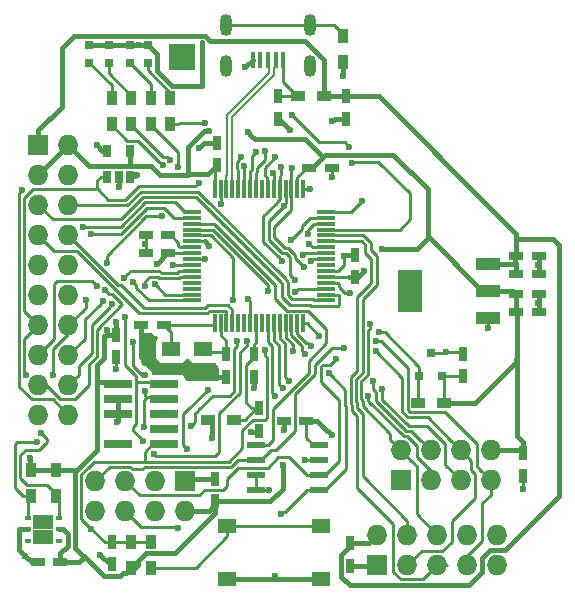
<source format=gbr>
G04 #@! TF.FileFunction,Copper,L1,Top,Signal*
%FSLAX46Y46*%
G04 Gerber Fmt 4.6, Leading zero omitted, Abs format (unit mm)*
G04 Created by KiCad (PCBNEW (2015-05-09 BZR 5648)-product) date søn 26 jul 2015 01:13:53 CEST*
%MOMM*%
G01*
G04 APERTURE LIST*
%ADD10C,0.100000*%
%ADD11R,0.750000X1.200000*%
%ADD12R,1.550000X0.600000*%
%ADD13R,0.797560X0.797560*%
%ADD14R,1.727200X1.727200*%
%ADD15O,1.727200X1.727200*%
%ADD16R,1.200000X0.750000*%
%ADD17R,1.200000X0.900000*%
%ADD18R,0.900000X1.200000*%
%ADD19R,0.800100X0.800100*%
%ADD20R,2.032000X3.657600*%
%ADD21R,2.032000X1.016000*%
%ADD22R,0.400000X1.400000*%
%ADD23O,1.050000X1.850000*%
%ADD24R,1.500000X1.300000*%
%ADD25R,0.300000X1.500000*%
%ADD26R,1.500000X0.300000*%
%ADD27R,1.550000X1.300000*%
%ADD28R,0.630000X0.450000*%
%ADD29R,0.850000X1.300000*%
%ADD30R,0.650000X1.060000*%
%ADD31R,2.235200X2.235200*%
%ADD32R,2.400000X0.740000*%
%ADD33C,0.600000*%
%ADD34C,0.381000*%
%ADD35C,0.254000*%
%ADD36C,0.203200*%
G04 APERTURE END LIST*
D10*
D11*
X128524000Y-92898000D03*
X128524000Y-90998000D03*
D12*
X140302000Y-100330000D03*
X140302000Y-101600000D03*
X140302000Y-102870000D03*
X140302000Y-104140000D03*
X145702000Y-104140000D03*
X145702000Y-102870000D03*
X145702000Y-101600000D03*
X145702000Y-100330000D03*
D13*
X126238000Y-67932300D03*
X126238000Y-66433700D03*
D14*
X150622000Y-110490000D03*
D15*
X150622000Y-107950000D03*
X153162000Y-110490000D03*
X153162000Y-107950000D03*
X155702000Y-110490000D03*
X155702000Y-107950000D03*
X158242000Y-110490000D03*
X158242000Y-107950000D03*
X160782000Y-110490000D03*
X160782000Y-107950000D03*
D14*
X152590500Y-103314500D03*
D15*
X152590500Y-100774500D03*
X155130500Y-103314500D03*
X155130500Y-100774500D03*
X157670500Y-103314500D03*
X157670500Y-100774500D03*
X160210500Y-103314500D03*
X160210500Y-100774500D03*
D11*
X157861000Y-94488000D03*
X157861000Y-92588000D03*
D16*
X132903000Y-84074000D03*
X131003000Y-84074000D03*
D11*
X137033000Y-76642000D03*
X137033000Y-74742000D03*
X148717000Y-86106000D03*
X148717000Y-84206000D03*
X140208000Y-92649000D03*
X140208000Y-94549000D03*
X148336000Y-108651000D03*
X148336000Y-110551000D03*
X136906000Y-105090000D03*
X136906000Y-103190000D03*
X162941000Y-102931000D03*
X162941000Y-101031000D03*
D16*
X142687000Y-98298000D03*
X144587000Y-98298000D03*
X162372000Y-85852000D03*
X164272000Y-85852000D03*
X162372000Y-84328000D03*
X164272000Y-84328000D03*
D11*
X142240000Y-72705000D03*
X142240000Y-70805000D03*
D16*
X162372000Y-87503000D03*
X164272000Y-87503000D03*
D13*
X127889000Y-67932300D03*
X127889000Y-66433700D03*
D17*
X146134000Y-70739000D03*
X143934000Y-70739000D03*
X156294000Y-96774000D03*
X154094000Y-96774000D03*
D18*
X128143000Y-70900000D03*
X128143000Y-73100000D03*
X129794000Y-70900000D03*
X129794000Y-73100000D03*
D19*
X154178000Y-94488000D03*
X156078000Y-94488000D03*
X155128000Y-92489020D03*
D20*
X153416000Y-87249000D03*
D21*
X160020000Y-87249000D03*
X160020000Y-84963000D03*
X160020000Y-89535000D03*
D22*
X141351000Y-67727000D03*
X140701000Y-67727000D03*
X142001000Y-67727000D03*
X142651000Y-67727000D03*
X140051000Y-67727000D03*
D23*
X144926000Y-64777000D03*
X137776000Y-64777000D03*
X144926000Y-68227000D03*
X137776000Y-68227000D03*
D24*
X135843000Y-92202000D03*
X133143000Y-92202000D03*
D16*
X131003000Y-82550000D03*
X132903000Y-82550000D03*
D17*
X138514000Y-98171000D03*
X136314000Y-98171000D03*
D16*
X162372000Y-89027000D03*
X164272000Y-89027000D03*
X130622000Y-90170000D03*
X132522000Y-90170000D03*
D11*
X137795000Y-94549000D03*
X137795000Y-92649000D03*
X140589000Y-97221000D03*
X140589000Y-99121000D03*
D25*
X136839000Y-90028000D03*
X137339000Y-90028000D03*
X137839000Y-90028000D03*
X138339000Y-90028000D03*
X138839000Y-90028000D03*
X139339000Y-90028000D03*
X139839000Y-90028000D03*
X140339000Y-90028000D03*
X140839000Y-90028000D03*
X141339000Y-90028000D03*
X141839000Y-90028000D03*
X142339000Y-90028000D03*
X142839000Y-90028000D03*
X143339000Y-90028000D03*
X143839000Y-90028000D03*
X144339000Y-90028000D03*
D26*
X146289000Y-88078000D03*
X146289000Y-87578000D03*
X146289000Y-87078000D03*
X146289000Y-86578000D03*
X146289000Y-86078000D03*
X146289000Y-85578000D03*
X146289000Y-85078000D03*
X146289000Y-84578000D03*
X146289000Y-84078000D03*
X146289000Y-83578000D03*
X146289000Y-83078000D03*
X146289000Y-82578000D03*
X146289000Y-82078000D03*
X146289000Y-81578000D03*
X146289000Y-81078000D03*
X146289000Y-80578000D03*
D25*
X144339000Y-78628000D03*
X143839000Y-78628000D03*
X143339000Y-78628000D03*
X142839000Y-78628000D03*
X142339000Y-78628000D03*
X141839000Y-78628000D03*
X141339000Y-78628000D03*
X140839000Y-78628000D03*
X140339000Y-78628000D03*
X139839000Y-78628000D03*
X139339000Y-78628000D03*
X138839000Y-78628000D03*
X138339000Y-78628000D03*
X137839000Y-78628000D03*
X137339000Y-78628000D03*
X136839000Y-78628000D03*
D26*
X134889000Y-80578000D03*
X134889000Y-81078000D03*
X134889000Y-81578000D03*
X134889000Y-82078000D03*
X134889000Y-82578000D03*
X134889000Y-83078000D03*
X134889000Y-83578000D03*
X134889000Y-84078000D03*
X134889000Y-84578000D03*
X134889000Y-85078000D03*
X134889000Y-85578000D03*
X134889000Y-86078000D03*
X134889000Y-86578000D03*
X134889000Y-87078000D03*
X134889000Y-87578000D03*
X134889000Y-88078000D03*
D13*
X129667000Y-67932300D03*
X129667000Y-66433700D03*
D18*
X131445000Y-70900000D03*
X131445000Y-73100000D03*
D16*
X144846000Y-76835000D03*
X146746000Y-76835000D03*
D11*
X147955000Y-70805000D03*
X147955000Y-72705000D03*
X128143000Y-108524000D03*
X128143000Y-110424000D03*
D18*
X129794000Y-110701000D03*
X129794000Y-108501000D03*
X131445000Y-108501000D03*
X131445000Y-110701000D03*
D27*
X145872000Y-107133000D03*
X145872000Y-111633000D03*
X137922000Y-111633000D03*
X137922000Y-107133000D03*
D16*
X123784400Y-110236000D03*
X121884400Y-110236000D03*
D28*
X121005000Y-106507000D03*
X121005000Y-107457000D03*
X121005000Y-108407000D03*
X123685000Y-108407000D03*
X123685000Y-107457000D03*
X123685000Y-106507000D03*
D29*
X122770000Y-108107000D03*
X122770000Y-106807000D03*
X121920000Y-108107000D03*
X121920000Y-106807000D03*
D18*
X121285000Y-102405000D03*
X121285000Y-104605000D03*
X123444000Y-102405000D03*
X123444000Y-104605000D03*
D15*
X126746000Y-103378000D03*
X126746000Y-105918000D03*
X129286000Y-103378000D03*
X129286000Y-105918000D03*
X131826000Y-103378000D03*
X131826000Y-105918000D03*
D14*
X134366000Y-103378000D03*
D15*
X134366000Y-105918000D03*
D13*
X131191000Y-67932300D03*
X131191000Y-66433700D03*
D18*
X133096000Y-70900000D03*
X133096000Y-73100000D03*
D15*
X124460000Y-97790000D03*
X121920000Y-97790000D03*
X124460000Y-95250000D03*
X121920000Y-95250000D03*
X124460000Y-92710000D03*
X121920000Y-92710000D03*
X124460000Y-90170000D03*
X121920000Y-90170000D03*
X124460000Y-87630000D03*
X121920000Y-87630000D03*
X124460000Y-85090000D03*
X121920000Y-85090000D03*
D14*
X121920000Y-74930000D03*
D15*
X124460000Y-74930000D03*
X121920000Y-77470000D03*
X124460000Y-77470000D03*
X121920000Y-80010000D03*
X124460000Y-80010000D03*
X121920000Y-82550000D03*
X124460000Y-82550000D03*
D30*
X127762000Y-77597000D03*
X128712000Y-77597000D03*
X129662000Y-77597000D03*
X129662000Y-75397000D03*
X127762000Y-75397000D03*
D18*
X147701000Y-67902000D03*
X147701000Y-65702000D03*
D31*
X134112000Y-67437000D03*
D32*
X128651000Y-95123000D03*
X132551000Y-95123000D03*
X128651000Y-96393000D03*
X132551000Y-96393000D03*
X128651000Y-97663000D03*
X132551000Y-97663000D03*
X132551000Y-98933000D03*
X128651000Y-100203000D03*
X132551000Y-100203000D03*
D33*
X131826000Y-94107000D03*
X132842000Y-94107000D03*
X133985000Y-94107000D03*
X135128000Y-94107000D03*
X136144000Y-94107000D03*
X128600200Y-98374200D03*
X120777000Y-109677200D03*
X164211000Y-88265000D03*
X164211000Y-85090000D03*
X147701000Y-69088000D03*
X128778000Y-78486000D03*
X126873000Y-74930000D03*
X136398000Y-83439000D03*
X139905131Y-99238135D03*
X139648983Y-87974433D03*
X142748000Y-99060000D03*
X160020000Y-90424000D03*
X156464000Y-92456000D03*
X162941000Y-104013000D03*
X141478000Y-104140000D03*
X144526000Y-101600000D03*
X130937000Y-83312000D03*
X146812000Y-77597000D03*
X144907000Y-78613000D03*
X137414000Y-79883000D03*
X135509000Y-75184000D03*
X143256000Y-73660000D03*
X146812000Y-72898000D03*
X141986000Y-111379000D03*
X147828000Y-84328000D03*
X140208000Y-95504000D03*
X139446000Y-68326000D03*
X127127000Y-109601000D03*
X130429000Y-66421000D03*
X128472718Y-93904282D03*
X162433000Y-93218000D03*
X146742659Y-99498659D03*
X131953000Y-84963000D03*
X128524000Y-89916000D03*
X149479000Y-85598000D03*
X151003000Y-83693000D03*
X136613991Y-99695000D03*
X127701734Y-90595571D03*
X142621000Y-101981000D03*
X139624595Y-73822900D03*
X136338865Y-73769502D03*
X121226346Y-101381533D03*
X136017000Y-84582000D03*
X130863038Y-98780600D03*
X129921000Y-91567000D03*
X130937000Y-94361000D03*
X130911235Y-95704455D03*
X133350000Y-85090000D03*
X129219718Y-89458586D03*
X130789980Y-99949000D03*
X147793039Y-92108298D03*
X144417084Y-85284923D03*
X143383000Y-76835000D03*
X145035953Y-84772916D03*
X150490220Y-92372666D03*
X147102587Y-93057251D03*
X142565430Y-84709000D03*
X142426949Y-76775051D03*
X142494000Y-106172000D03*
X133731000Y-107315000D03*
X143636834Y-86328636D03*
X142708780Y-80083487D03*
X146487455Y-94199041D03*
X144282848Y-84200718D03*
X150490220Y-91535677D03*
X144830719Y-83270791D03*
X150001616Y-90047780D03*
X149301200Y-79654400D03*
X148209000Y-75057000D03*
X148463000Y-76454000D03*
X143395798Y-72390000D03*
X143658241Y-87355361D03*
X134493000Y-100639569D03*
X136271000Y-95631000D03*
X150760670Y-90779353D03*
X148327889Y-87442246D03*
X131679934Y-101077713D03*
X143318374Y-82993374D03*
X139537646Y-91492251D03*
X144774341Y-82469570D03*
X134874000Y-98679000D03*
X138430000Y-88011000D03*
X138734433Y-91492251D03*
X141078256Y-92294560D03*
X141355780Y-87255381D03*
X126386067Y-107396067D03*
X132438263Y-76638491D03*
X141753351Y-77253290D03*
X133096000Y-76200000D03*
X141114480Y-75420145D03*
X133731000Y-76780807D03*
X140326846Y-75507655D03*
X151023616Y-95554348D03*
X142621000Y-95504000D03*
X143129000Y-94886480D03*
X150241000Y-94869000D03*
X149860000Y-96139000D03*
X141986000Y-96139000D03*
X141986000Y-75946000D03*
X136017000Y-73025000D03*
X126399800Y-82464221D03*
X120550215Y-78710534D03*
X125730000Y-81834011D03*
X130948145Y-86872780D03*
X128158696Y-88392000D03*
X129157195Y-86178841D03*
X127559571Y-87203917D03*
X129885433Y-86486377D03*
X127394036Y-88140660D03*
X131748673Y-86679883D03*
X126868844Y-86819462D03*
X130302000Y-77470000D03*
X127702672Y-84907295D03*
X132396374Y-80963626D03*
X123190000Y-94361000D03*
X121793000Y-100076000D03*
X125984000Y-88011000D03*
X139359485Y-76697348D03*
X135509000Y-78105000D03*
X120900935Y-94358318D03*
X122174000Y-99314000D03*
X139108709Y-75947470D03*
X145034000Y-91948000D03*
X143510000Y-92329000D03*
X145669000Y-91059000D03*
X144526000Y-92583000D03*
D34*
X130622000Y-90170000D02*
X130622000Y-92903000D01*
X130622000Y-92903000D02*
X131826000Y-94107000D01*
X132842000Y-94107000D02*
X131826000Y-94107000D01*
X133985000Y-94107000D02*
X132842000Y-94107000D01*
X135128000Y-94107000D02*
X133985000Y-94107000D01*
X136144000Y-94107000D02*
X135128000Y-94107000D01*
X136597000Y-94107000D02*
X136144000Y-94107000D01*
X137795000Y-94549000D02*
X137039000Y-94549000D01*
X137039000Y-94549000D02*
X136597000Y-94107000D01*
X128651000Y-96266000D02*
X128651000Y-97536000D01*
X128651000Y-97536000D02*
X128651000Y-98323400D01*
X128651000Y-98323400D02*
X128600200Y-98374200D01*
X121005000Y-107457000D02*
X120308999Y-107457001D01*
X120308999Y-107457001D02*
X120308999Y-109209199D01*
X120308999Y-109209199D02*
X120777000Y-109677200D01*
X121884400Y-110236000D02*
X121335800Y-110236000D01*
X121335800Y-110236000D02*
X120777000Y-109677200D01*
X164272000Y-89027000D02*
X164272000Y-88326000D01*
X164272000Y-88326000D02*
X164211000Y-88265000D01*
X164272000Y-87503000D02*
X164272000Y-88204000D01*
X164272000Y-88204000D02*
X164211000Y-88265000D01*
X164272000Y-85852000D02*
X164272000Y-85151000D01*
X164272000Y-85151000D02*
X164211000Y-85090000D01*
X164272000Y-84328000D02*
X164272000Y-85029000D01*
X164272000Y-85029000D02*
X164211000Y-85090000D01*
X147701000Y-67902000D02*
X147701000Y-69088000D01*
X128712000Y-77597000D02*
X128712000Y-78420000D01*
X128712000Y-78420000D02*
X128778000Y-78486000D01*
X127762000Y-75397000D02*
X127340000Y-75397000D01*
X127340000Y-75397000D02*
X126873000Y-74930000D01*
X136000538Y-83078000D02*
X136037000Y-83078000D01*
X136037000Y-83078000D02*
X136398000Y-83439000D01*
X140471865Y-99238135D02*
X140329395Y-99238135D01*
X140589000Y-99121000D02*
X140471865Y-99238135D01*
X140329395Y-99238135D02*
X139905131Y-99238135D01*
D35*
X139839000Y-88164450D02*
X139648983Y-87974433D01*
X139839000Y-90028000D02*
X139839000Y-88164450D01*
D34*
X142687000Y-98298000D02*
X142687000Y-98999000D01*
X142687000Y-98999000D02*
X142748000Y-99060000D01*
D35*
X160020000Y-89535000D02*
X160020000Y-90424000D01*
X156464000Y-92456000D02*
X157729000Y-92456000D01*
X157729000Y-92456000D02*
X157861000Y-92588000D01*
X155128000Y-92489020D02*
X156430980Y-92489020D01*
X156430980Y-92489020D02*
X156464000Y-92456000D01*
X162941000Y-102931000D02*
X162941000Y-104013000D01*
D34*
X148336000Y-110551000D02*
X150561000Y-110551000D01*
D35*
X150561000Y-110551000D02*
X150622000Y-110490000D01*
D34*
X136906000Y-103190000D02*
X134554000Y-103190000D01*
D35*
X134554000Y-103190000D02*
X134366000Y-103378000D01*
X140302000Y-104140000D02*
X141478000Y-104140000D01*
X140302000Y-104140000D02*
X140302000Y-102870000D01*
X145702000Y-101600000D02*
X144526000Y-101600000D01*
X131003000Y-84074000D02*
X131003000Y-83378000D01*
X131003000Y-83378000D02*
X130937000Y-83312000D01*
X131003000Y-82550000D02*
X131003000Y-83246000D01*
X131003000Y-83246000D02*
X130937000Y-83312000D01*
X134889000Y-83078000D02*
X136000538Y-83078000D01*
X136000538Y-83078000D02*
X136000619Y-83077919D01*
X146746000Y-76835000D02*
X146746000Y-77531000D01*
X146746000Y-77531000D02*
X146812000Y-77597000D01*
X144339000Y-78628000D02*
X144892000Y-78628000D01*
X144892000Y-78628000D02*
X144907000Y-78613000D01*
X137339000Y-78628000D02*
X137339000Y-79808000D01*
X137339000Y-79808000D02*
X137414000Y-79883000D01*
X135570000Y-75245000D02*
X135509000Y-75184000D01*
D34*
X135951000Y-74742000D02*
X135509000Y-75184000D01*
X137033000Y-74742000D02*
X135951000Y-74742000D01*
X142301000Y-72705000D02*
X143256000Y-73660000D01*
D35*
X142240000Y-72705000D02*
X142301000Y-72705000D01*
D34*
X147005000Y-72705000D02*
X146812000Y-72898000D01*
X147955000Y-72705000D02*
X147005000Y-72705000D01*
D35*
X141998323Y-111391323D02*
X141986000Y-111379000D01*
D34*
X137922000Y-111633000D02*
X141998323Y-111633000D01*
D35*
X141998323Y-111633000D02*
X141998323Y-111391323D01*
D34*
X141998323Y-111633000D02*
X145872000Y-111633000D01*
X147950000Y-84206000D02*
X147828000Y-84328000D01*
X148717000Y-84206000D02*
X147950000Y-84206000D01*
X140208000Y-94549000D02*
X140208000Y-95504000D01*
X140045000Y-67727000D02*
X139446000Y-68326000D01*
X140051000Y-67727000D02*
X140045000Y-67727000D01*
X127950000Y-110424000D02*
X127127000Y-109601000D01*
X128143000Y-110424000D02*
X127950000Y-110424000D01*
D35*
X147828000Y-84752264D02*
X147828000Y-84328000D01*
X147828000Y-85043000D02*
X147828000Y-84752264D01*
X147293000Y-85578000D02*
X147828000Y-85043000D01*
X146289000Y-85578000D02*
X147293000Y-85578000D01*
D34*
X126238000Y-66433700D02*
X127889000Y-66433700D01*
X126238000Y-66433700D02*
X129667000Y-66433700D01*
X130416300Y-66433700D02*
X130429000Y-66421000D01*
X129667000Y-66433700D02*
X130416300Y-66433700D01*
X130441700Y-66433700D02*
X130429000Y-66421000D01*
X131191000Y-66433700D02*
X130441700Y-66433700D01*
X135737583Y-69918999D02*
X135775193Y-69881389D01*
X131970781Y-68646427D02*
X133243353Y-69918999D01*
X131970781Y-67228719D02*
X131970781Y-68646427D01*
X135775193Y-69881389D02*
X135775193Y-66225429D01*
X133243353Y-69918999D02*
X135737583Y-69918999D01*
X131175762Y-66433700D02*
X131970781Y-67228719D01*
X130416300Y-66433700D02*
X131175762Y-66433700D01*
D35*
X128524000Y-92898000D02*
X128524000Y-93853000D01*
X128524000Y-93853000D02*
X128472718Y-93904282D01*
D34*
X127453039Y-111417701D02*
X125819872Y-109784534D01*
X125819872Y-109784534D02*
X125556984Y-109521646D01*
X123784400Y-110236000D02*
X125368406Y-110236000D01*
X125368406Y-110236000D02*
X125819872Y-109784534D01*
X124381001Y-107871001D02*
X124381001Y-108883399D01*
X124381001Y-108883399D02*
X123784400Y-109480000D01*
X123784400Y-109480000D02*
X123784400Y-110236000D01*
X162433000Y-93218000D02*
X162433000Y-99541062D01*
X162713000Y-99822000D02*
X162713000Y-99821062D01*
X162713000Y-99821062D02*
X162433000Y-99541062D01*
X162713000Y-99822000D02*
X162941000Y-100050000D01*
X162941000Y-100050000D02*
X162941000Y-101031000D01*
X156294000Y-96774000D02*
X158877000Y-96774000D01*
X158877000Y-96774000D02*
X161098486Y-94552514D01*
X161098486Y-94552514D02*
X162433000Y-93218000D01*
X162433000Y-93218000D02*
X162433000Y-89088000D01*
X162433000Y-89088000D02*
X162372000Y-89027000D01*
X162372000Y-87503000D02*
X162372000Y-89027000D01*
X160020000Y-87249000D02*
X162118000Y-87249000D01*
X162118000Y-87249000D02*
X162372000Y-87503000D01*
X126215999Y-76685999D02*
X129645333Y-76685999D01*
X129645333Y-76685999D02*
X131477889Y-76685999D01*
X129662000Y-75397000D02*
X129662000Y-76308000D01*
X129662000Y-76308000D02*
X129645333Y-76324667D01*
X129645333Y-76324667D02*
X129645333Y-76685999D01*
X124460000Y-74930000D02*
X126215999Y-76685999D01*
X131477889Y-76685999D02*
X132253698Y-77461808D01*
X132253698Y-77461808D02*
X134546489Y-77461808D01*
X134546489Y-77461808D02*
X134596998Y-77411299D01*
X146050000Y-98806000D02*
X146742659Y-99498659D01*
X136263701Y-77411299D02*
X134596998Y-77411299D01*
X154871017Y-78671017D02*
X154871017Y-82804000D01*
X151938001Y-75738001D02*
X154871017Y-78671017D01*
X146167999Y-75738001D02*
X151938001Y-75738001D01*
X144846000Y-76835000D02*
X145071000Y-76835000D01*
X154871017Y-82804000D02*
X155067000Y-82804000D01*
X127508000Y-91112475D02*
X127508000Y-92938394D01*
X128524000Y-90998000D02*
X127622475Y-90998000D01*
X127622475Y-90998000D02*
X127508000Y-91112475D01*
X126873000Y-93573394D02*
X127416387Y-93030007D01*
X127508000Y-92938394D02*
X127416387Y-93030007D01*
X132903000Y-84074000D02*
X132842000Y-84074000D01*
X132842000Y-84074000D02*
X131953000Y-84963000D01*
D35*
X156294000Y-96774000D02*
X156294000Y-94704000D01*
X156294000Y-94704000D02*
X156078000Y-94488000D01*
X157861000Y-94488000D02*
X156078000Y-94488000D01*
D34*
X160210500Y-100774500D02*
X162684500Y-100774500D01*
D35*
X162684500Y-100774500D02*
X162941000Y-101031000D01*
X144587000Y-98298000D02*
X144587000Y-99690000D01*
X144587000Y-99690000D02*
X145227000Y-100330000D01*
X145227000Y-100330000D02*
X145702000Y-100330000D01*
D34*
X134366000Y-105918000D02*
X136332000Y-105918000D01*
X136332000Y-105918000D02*
X136906000Y-105344000D01*
D35*
X132903000Y-84074000D02*
X134885000Y-84074000D01*
X134885000Y-84074000D02*
X134889000Y-84078000D01*
X146289000Y-86078000D02*
X148181000Y-86078000D01*
X148181000Y-86078000D02*
X148209000Y-86106000D01*
X143839000Y-78628000D02*
X143839000Y-77617000D01*
X143839000Y-77617000D02*
X144621000Y-76835000D01*
X144621000Y-76835000D02*
X144846000Y-76835000D01*
X136839000Y-76836000D02*
X137033000Y-76642000D01*
X136839000Y-78628000D02*
X136839000Y-76836000D01*
D34*
X121920000Y-77470000D02*
X124460000Y-74930000D01*
X128524000Y-90998000D02*
X128524000Y-89916000D01*
X128524000Y-91223000D02*
X128524000Y-90998000D01*
X126873000Y-94799000D02*
X126873000Y-93573394D01*
X127070000Y-94996000D02*
X126873000Y-94799000D01*
X128651000Y-94996000D02*
X127070000Y-94996000D01*
X137033000Y-76642000D02*
X136263701Y-77411299D01*
X159512000Y-87249000D02*
X160020000Y-87249000D01*
X155067000Y-82804000D02*
X159512000Y-87249000D01*
X144846000Y-76835000D02*
X145023322Y-76835000D01*
X148965000Y-86106000D02*
X149225000Y-85846000D01*
X148209000Y-86106000D02*
X148965000Y-86106000D01*
X149231000Y-85846000D02*
X149479000Y-85598000D01*
X149225000Y-85846000D02*
X149231000Y-85846000D01*
X128832961Y-111417701D02*
X127453039Y-111417701D01*
X129353628Y-111141372D02*
X129109290Y-111141372D01*
X130070685Y-110756710D02*
X129738290Y-110756710D01*
X130375710Y-110451685D02*
X130070685Y-110756710D01*
X130375710Y-110119290D02*
X130375710Y-110451685D01*
X133482299Y-109494701D02*
X131000299Y-109494701D01*
X136906000Y-106071000D02*
X133482299Y-109494701D01*
X129109290Y-111141372D02*
X128832961Y-111417701D01*
X129738290Y-110756710D02*
X129353628Y-111141372D01*
X131000299Y-109494701D02*
X130375710Y-110119290D01*
X136906000Y-105090000D02*
X136906000Y-106071000D01*
X136613991Y-98470991D02*
X136613991Y-99695000D01*
X136314000Y-98171000D02*
X136613991Y-98470991D01*
X145542000Y-98298000D02*
X146050000Y-98806000D01*
X144587000Y-98298000D02*
X145542000Y-98298000D01*
X136906000Y-105090000D02*
X141554678Y-105090000D01*
D35*
X129855000Y-110236000D02*
X129630000Y-110236000D01*
D34*
X127701734Y-91019835D02*
X127701734Y-90595571D01*
X127508000Y-91112475D02*
X127609094Y-91112475D01*
X127609094Y-91112475D02*
X127701734Y-91019835D01*
X125031488Y-108204000D02*
X125031489Y-108203999D01*
X125031489Y-108203999D02*
X125031489Y-102589290D01*
X125031489Y-108996151D02*
X125031489Y-108203999D01*
X121285000Y-102405000D02*
X123444000Y-102405000D01*
X123444000Y-102405000D02*
X125159361Y-102405000D01*
X125159361Y-102405000D02*
X125187570Y-102433209D01*
X125187570Y-102433209D02*
X126873000Y-100747779D01*
X125031489Y-102589290D02*
X125187570Y-102433209D01*
X123685000Y-107457000D02*
X123967000Y-107457000D01*
X123967000Y-107457000D02*
X124381001Y-107871001D01*
X125556984Y-109521646D02*
X125031489Y-108996151D01*
X142621000Y-104023678D02*
X142621000Y-101981000D01*
X141554678Y-105090000D02*
X142621000Y-104023678D01*
X145999852Y-75906148D02*
X146167999Y-75738001D01*
X145071000Y-76835000D02*
X145999852Y-75906148D01*
X144515704Y-74422000D02*
X140223695Y-74422000D01*
X140223695Y-74422000D02*
X139924594Y-74122899D01*
X145999852Y-75906148D02*
X144515704Y-74422000D01*
X139924594Y-74122899D02*
X139624595Y-73822900D01*
X134596998Y-77411299D02*
X134596998Y-75087105D01*
X135914601Y-73769502D02*
X136338865Y-73769502D01*
X134596998Y-75087105D02*
X135914601Y-73769502D01*
X153982017Y-83693000D02*
X154871017Y-82804000D01*
X151003000Y-83693000D02*
X153982017Y-83693000D01*
X126873000Y-100747779D02*
X126873000Y-94799000D01*
X121226346Y-102346346D02*
X121285000Y-102405000D01*
X121226346Y-101381533D02*
X121226346Y-102346346D01*
X162372000Y-82896178D02*
X162372000Y-83185000D01*
X162372000Y-82429000D02*
X162372000Y-82896178D01*
X165989000Y-83413220D02*
X165989000Y-104603806D01*
X162372000Y-82896178D02*
X165471958Y-82896178D01*
X165471958Y-82896178D02*
X165989000Y-83413220D01*
X162306000Y-84963000D02*
X162372000Y-85029000D01*
X162372000Y-85029000D02*
X162372000Y-85852000D01*
X162306000Y-84963000D02*
X162306000Y-84394000D01*
X162306000Y-84394000D02*
X162372000Y-84328000D01*
X160020000Y-84963000D02*
X162306000Y-84963000D01*
X162372000Y-83185000D02*
X162372000Y-84328000D01*
X148336000Y-108651000D02*
X149921000Y-108651000D01*
D35*
X149921000Y-108651000D02*
X150622000Y-107950000D01*
X147889000Y-70739000D02*
X147955000Y-70805000D01*
D34*
X146134000Y-70739000D02*
X147889000Y-70739000D01*
D35*
X147955000Y-70805000D02*
X147955000Y-71030000D01*
D34*
X147955000Y-70805000D02*
X150748000Y-70805000D01*
X160781343Y-80838343D02*
X162372000Y-82429000D01*
X150748000Y-70805000D02*
X160781343Y-80838343D01*
X147567299Y-109644701D02*
X148336000Y-108876000D01*
X148305849Y-112204511D02*
X147567299Y-111465961D01*
X158388295Y-112204511D02*
X148305849Y-112204511D01*
X159499301Y-109886495D02*
X159499301Y-111093505D01*
X160178495Y-109207301D02*
X159499301Y-109886495D01*
X161385505Y-109207301D02*
X160178495Y-109207301D01*
X165989000Y-104603806D02*
X161385505Y-109207301D01*
X147567299Y-111465961D02*
X147567299Y-109644701D01*
X148336000Y-108876000D02*
X148336000Y-108651000D01*
X159499301Y-111093505D02*
X158388295Y-112204511D01*
X146134000Y-67753709D02*
X146134000Y-70739000D01*
X144463301Y-66083010D02*
X146134000Y-67753709D01*
X136011919Y-65653919D02*
X136441010Y-66083010D01*
X124899419Y-65653919D02*
X136011919Y-65653919D01*
X136441010Y-66083010D02*
X144463301Y-66083010D01*
X123875790Y-66677548D02*
X124899419Y-65653919D01*
X123875790Y-71729610D02*
X123875790Y-66677548D01*
X121920000Y-73685400D02*
X123875790Y-71729610D01*
X121920000Y-74930000D02*
X121920000Y-73685400D01*
D35*
X143868000Y-70805000D02*
X143934000Y-70739000D01*
X142240000Y-70805000D02*
X143868000Y-70805000D01*
X143784000Y-70739000D02*
X143934000Y-70739000D01*
X142651000Y-69606000D02*
X143784000Y-70739000D01*
X142651000Y-67727000D02*
X142651000Y-69606000D01*
X146304000Y-91694000D02*
X146304000Y-90498638D01*
X146304000Y-90498638D02*
X144753161Y-88947799D01*
X144797499Y-93200501D02*
X146304000Y-91694000D01*
X144797499Y-94241403D02*
X144797499Y-93200501D01*
X142654910Y-88619792D02*
X142982917Y-88947799D01*
X141756799Y-99904201D02*
X141331000Y-100330000D01*
X144797499Y-94241403D02*
X141756799Y-97282103D01*
X142982917Y-88947799D02*
X144753161Y-88947799D01*
X141756799Y-97282103D02*
X141756799Y-99904201D01*
X141331000Y-100330000D02*
X140302000Y-100330000D01*
X142113001Y-88077883D02*
X142654910Y-88619792D01*
X134889000Y-81578000D02*
X136823000Y-81578000D01*
X136823000Y-81578000D02*
X141985981Y-86740981D01*
X141985981Y-86740981D02*
X141985981Y-87950862D01*
X141985981Y-87950862D02*
X142654910Y-88619792D01*
D36*
X141872850Y-68355150D02*
X141872850Y-68971536D01*
X142001000Y-68227000D02*
X141872850Y-68355150D01*
X142001000Y-67727000D02*
X142001000Y-68227000D01*
X138339000Y-77503000D02*
X138339000Y-78628000D01*
X138285850Y-72558536D02*
X138285850Y-77449850D01*
X141872850Y-68971536D02*
X138285850Y-72558536D01*
X138285850Y-77449850D02*
X138339000Y-77503000D01*
X141479150Y-68355150D02*
X141479150Y-68808464D01*
X141351000Y-68227000D02*
X141479150Y-68355150D01*
X141351000Y-67727000D02*
X141351000Y-68227000D01*
X137839000Y-77503000D02*
X137839000Y-78628000D01*
X137892150Y-77449850D02*
X137839000Y-77503000D01*
X137892150Y-72395464D02*
X137892150Y-77449850D01*
X141479150Y-68808464D02*
X137892150Y-72395464D01*
D35*
X136017000Y-84582000D02*
X134893000Y-84582000D01*
X134893000Y-84582000D02*
X134889000Y-84578000D01*
X129921000Y-93599000D02*
X129921000Y-91567000D01*
X130683000Y-94361000D02*
X129921000Y-93599000D01*
X130863038Y-96499962D02*
X131097000Y-96266000D01*
X130863038Y-98780600D02*
X130863038Y-96499962D01*
X130683000Y-94361000D02*
X130937000Y-94361000D01*
X131048516Y-96266000D02*
X131348365Y-96266000D01*
X130911235Y-96128719D02*
X131048516Y-96266000D01*
X130911235Y-95704455D02*
X130911235Y-96128719D01*
X131348365Y-96266000D02*
X133381000Y-96266000D01*
X131097000Y-96266000D02*
X131348365Y-96266000D01*
X133350000Y-85090000D02*
X134877000Y-85090000D01*
X134877000Y-85090000D02*
X134889000Y-85078000D01*
X132551000Y-94996000D02*
X130893302Y-94996000D01*
X129931706Y-98800494D02*
X130175000Y-98557200D01*
X130893302Y-94996000D02*
X130244862Y-94996000D01*
X130244862Y-94996000D02*
X130175000Y-94926138D01*
X130175000Y-98557200D02*
X130175000Y-94926138D01*
X130175000Y-94926138D02*
X130175000Y-94478039D01*
X130175000Y-94478039D02*
X129216501Y-93519540D01*
X129216501Y-93519540D02*
X129216501Y-89886067D01*
X129216501Y-89886067D02*
X129219718Y-89882850D01*
X129219718Y-89882850D02*
X129219718Y-89458586D01*
X130489981Y-99649001D02*
X130789980Y-99949000D01*
X129931706Y-98800494D02*
X129931706Y-99090726D01*
X129931706Y-99090726D02*
X130489981Y-99649001D01*
X143656799Y-96010735D02*
X145364210Y-94303324D01*
X142072268Y-100751732D02*
X143656799Y-99167201D01*
X145364210Y-94303324D02*
X145364210Y-93541324D01*
X147368775Y-92108298D02*
X147793039Y-92108298D01*
X145364210Y-93541324D02*
X146797236Y-92108298D01*
X140302000Y-101600000D02*
X140777000Y-101600000D01*
X146797236Y-92108298D02*
X147368775Y-92108298D01*
X140777000Y-101600000D02*
X141625268Y-100751732D01*
X143656799Y-99167201D02*
X143656799Y-96010735D01*
X141625268Y-100751732D02*
X142072268Y-100751732D01*
X143339000Y-76879000D02*
X143339000Y-78628000D01*
X143383000Y-76835000D02*
X143339000Y-76879000D01*
X139502719Y-101600000D02*
X140302000Y-101600000D01*
X138215209Y-102184199D02*
X138799408Y-101600000D01*
X130872393Y-102184199D02*
X138215209Y-102184199D01*
X130745383Y-102311209D02*
X130872393Y-102184199D01*
X129858617Y-102311209D02*
X130745383Y-102311209D01*
X138799408Y-101600000D02*
X139502719Y-101600000D01*
X129731607Y-102184199D02*
X129858617Y-102311209D01*
X127939801Y-102184199D02*
X129731607Y-102184199D01*
X126746000Y-103378000D02*
X127939801Y-102184199D01*
X144117085Y-84984924D02*
X144417084Y-85284923D01*
X143652841Y-84520680D02*
X144117085Y-84984924D01*
X143652841Y-84217121D02*
X143652841Y-84520680D01*
X142803589Y-83621589D02*
X143057309Y-83621589D01*
X141884420Y-82702420D02*
X142803589Y-83621589D01*
X143057309Y-83621589D02*
X143652841Y-84217121D01*
X141884420Y-81840545D02*
X141884420Y-82702420D01*
X143339000Y-80385965D02*
X141884420Y-81840545D01*
X143339000Y-78628000D02*
X143339000Y-80385965D01*
X154882011Y-97986011D02*
X156806901Y-99910901D01*
X152731990Y-94614436D02*
X152731991Y-97549359D01*
X156806901Y-99910901D02*
X157670500Y-100774500D01*
X152731991Y-97549359D02*
X153168643Y-97986011D01*
X153168643Y-97986011D02*
X154882011Y-97986011D01*
X150490220Y-92372666D02*
X152731990Y-94614436D01*
X156895801Y-108523025D02*
X156895801Y-106751039D01*
X157670500Y-100774500D02*
X158534099Y-101638099D01*
X158534099Y-101638099D02*
X158534099Y-102430069D01*
X158534099Y-102430069D02*
X158851601Y-102747571D01*
X158851601Y-102747571D02*
X158851601Y-104795239D01*
X158851601Y-104795239D02*
X156895801Y-106751039D01*
X146289000Y-84578000D02*
X145230869Y-84578000D01*
X145230869Y-84578000D02*
X145035953Y-84772916D01*
X153162000Y-110490000D02*
X154355801Y-109296199D01*
X154355801Y-109296199D02*
X156122627Y-109296199D01*
X156122627Y-109296199D02*
X156895801Y-108523025D01*
X142265431Y-84409001D02*
X142565430Y-84709000D01*
X140970000Y-83113570D02*
X142265431Y-84409001D01*
X140970000Y-80899000D02*
X140970000Y-83113570D01*
X142078579Y-79790421D02*
X140970000Y-80899000D01*
X142078579Y-79780990D02*
X142078579Y-79790421D01*
X142339000Y-79520569D02*
X142078579Y-79780990D01*
X142339000Y-78628000D02*
X142339000Y-79520569D01*
X144673000Y-102870000D02*
X145702000Y-102870000D01*
X143149000Y-101346000D02*
X144673000Y-102870000D01*
X142240000Y-101346000D02*
X143149000Y-101346000D01*
X141346201Y-102239799D02*
X142240000Y-101346000D01*
X138806201Y-102239799D02*
X141346201Y-102239799D01*
X137892466Y-103153534D02*
X138806201Y-102239799D01*
X137892466Y-103772896D02*
X137892466Y-103153534D01*
X137545161Y-104120201D02*
X137892466Y-103772896D01*
X136003042Y-104120201D02*
X137545161Y-104120201D01*
X135551442Y-104571801D02*
X136003042Y-104120201D01*
X130479801Y-104571801D02*
X135551442Y-104571801D01*
X129286000Y-103378000D02*
X130479801Y-104571801D01*
X142426949Y-77493594D02*
X142339000Y-77581543D01*
X142426949Y-76775051D02*
X142426949Y-77493594D01*
X142339000Y-77581543D02*
X142339000Y-77624000D01*
X142339000Y-77624000D02*
X142339000Y-78628000D01*
X145821420Y-94978156D02*
X145821420Y-93712746D01*
X147360160Y-96516896D02*
X145821420Y-94978156D01*
X145702000Y-102870000D02*
X146177000Y-102870000D01*
X145821420Y-93712746D02*
X145952645Y-93581521D01*
X147360160Y-101686840D02*
X147360160Y-96516896D01*
X146578317Y-93581521D02*
X147102587Y-93057251D01*
X145952645Y-93581521D02*
X146578317Y-93581521D01*
X146177000Y-102870000D02*
X147360160Y-101686840D01*
X142494000Y-106172000D02*
X142645799Y-106020201D01*
X142645799Y-106020201D02*
X142792799Y-106020201D01*
X130625535Y-107257535D02*
X133673535Y-107257535D01*
X133673535Y-107257535D02*
X133731000Y-107315000D01*
X143195631Y-85887433D02*
X143336835Y-86028637D01*
X143336835Y-86028637D02*
X143636834Y-86328636D01*
X143195631Y-85462242D02*
X143195631Y-85887433D01*
X129286000Y-105918000D02*
X130625535Y-107257535D01*
X142792799Y-106020201D02*
X144673000Y-104140000D01*
X144673000Y-104140000D02*
X145702000Y-104140000D01*
X142839000Y-78628000D02*
X142839000Y-79847000D01*
X143195631Y-85722170D02*
X143195631Y-85462242D01*
X142708780Y-80083487D02*
X141427210Y-81365057D01*
X141427210Y-81365057D02*
X141427210Y-82924188D01*
X143195631Y-84406503D02*
X143195631Y-84619013D01*
X142867927Y-84078799D02*
X143195631Y-84406503D01*
X142581821Y-84078799D02*
X142867927Y-84078799D01*
X141427210Y-82924188D02*
X142581821Y-84078799D01*
X143195631Y-85462242D02*
X143195631Y-84619013D01*
X147908971Y-95620557D02*
X146787454Y-94499040D01*
X147955000Y-102362000D02*
X147955000Y-97033796D01*
X147908971Y-96987765D02*
X147908971Y-95620557D01*
X145702000Y-104140000D02*
X146177000Y-104140000D01*
X146177000Y-104140000D02*
X147955000Y-102362000D01*
X147955000Y-97033796D02*
X147908971Y-96987765D01*
X146787454Y-94499040D02*
X146487455Y-94199041D01*
X159016699Y-100254175D02*
X159016699Y-102120699D01*
X156304025Y-97541501D02*
X159016699Y-100254175D01*
X153352765Y-97541501D02*
X156304025Y-97541501D01*
X150914484Y-91535677D02*
X153176499Y-93797692D01*
X153176499Y-97365235D02*
X153352765Y-97541501D01*
X153176499Y-93797692D02*
X153176499Y-97365235D01*
X159016699Y-102120699D02*
X159346901Y-102450901D01*
X159346901Y-102450901D02*
X160210500Y-103314500D01*
X150490220Y-91535677D02*
X150914484Y-91535677D01*
X146289000Y-84078000D02*
X144405566Y-84078000D01*
X144405566Y-84078000D02*
X144282848Y-84200718D01*
X158242000Y-110490000D02*
X158242000Y-109716826D01*
X158242000Y-109716826D02*
X159512000Y-108446826D01*
X159512000Y-108446826D02*
X159512000Y-105234314D01*
X159512000Y-105234314D02*
X160210500Y-104535814D01*
X160210500Y-104535814D02*
X160210500Y-103314500D01*
X149369499Y-96562401D02*
X149242499Y-96435401D01*
X149369499Y-97039131D02*
X149369499Y-96562401D01*
X149860000Y-94336098D02*
X149860000Y-90613660D01*
X149242499Y-94953599D02*
X149860000Y-94336098D01*
X149242499Y-96435401D02*
X149242499Y-94953599D01*
X151726901Y-99396533D02*
X149369499Y-97039131D01*
X151726901Y-99910901D02*
X151726901Y-99396533D01*
X152590500Y-100774500D02*
X151726901Y-99910901D01*
X149860000Y-90613660D02*
X150001616Y-90472044D01*
X150001616Y-90472044D02*
X150001616Y-90047780D01*
X146289000Y-83578000D02*
X145137928Y-83578000D01*
X145137928Y-83578000D02*
X144830719Y-83270791D01*
X155702000Y-107950000D02*
X153936699Y-106184699D01*
X153936699Y-106184699D02*
X153936699Y-102120699D01*
X153936699Y-102120699D02*
X153454099Y-101638099D01*
X153454099Y-101638099D02*
X152590500Y-100774500D01*
X149273497Y-83062799D02*
X147308201Y-83062799D01*
X148353480Y-96803644D02*
X148353480Y-94585354D01*
X149601201Y-83390503D02*
X149273497Y-83062799D01*
X149601201Y-84028839D02*
X149601201Y-83390503D01*
X150109201Y-84536839D02*
X149601201Y-84028839D01*
X148914201Y-94024633D02*
X148914201Y-87788632D01*
X148353480Y-94585354D02*
X148914201Y-94024633D01*
X148480480Y-97407374D02*
X148480481Y-96930645D01*
X150109201Y-86593632D02*
X150109201Y-84536839D01*
X154508199Y-111683801D02*
X152588975Y-111683801D01*
X148914201Y-97841097D02*
X148480480Y-97407374D01*
X148914201Y-103939472D02*
X148914201Y-97841097D01*
X152588975Y-111683801D02*
X151968199Y-111063025D01*
X155702000Y-110490000D02*
X154508199Y-111683801D01*
X151968199Y-111063025D02*
X151968199Y-106993470D01*
X147308201Y-83062799D02*
X147293000Y-83078000D01*
X151968199Y-106993470D02*
X148914201Y-103939472D01*
X148480481Y-96930645D02*
X148353480Y-96803644D01*
X148914201Y-87788632D02*
X150109201Y-86593632D01*
X147293000Y-83078000D02*
X146289000Y-83078000D01*
X155702000Y-110490000D02*
X156475174Y-110490000D01*
X155713592Y-110490000D02*
X155702000Y-110490000D01*
X149435290Y-82578000D02*
X147293000Y-82578000D01*
X149371411Y-94196055D02*
X149371411Y-87978014D01*
X153162000Y-107950000D02*
X153162000Y-106728686D01*
X148797989Y-96619523D02*
X148797989Y-94769477D01*
X147293000Y-82578000D02*
X146289000Y-82578000D01*
X150566410Y-84347456D02*
X150058411Y-83839457D01*
X150566411Y-86783014D02*
X150566410Y-84347456D01*
X148924989Y-97223253D02*
X148924990Y-96746524D01*
X149371411Y-102938097D02*
X149371411Y-97669675D01*
X153162000Y-106728686D02*
X149371411Y-102938097D01*
X149371411Y-87978014D02*
X150566411Y-86783014D01*
X150058410Y-83201120D02*
X149435290Y-82578000D01*
X148797989Y-94769477D02*
X149371411Y-94196055D01*
X149371411Y-97669675D02*
X148924989Y-97223253D01*
X148924990Y-96746524D02*
X148797989Y-96619523D01*
X150058411Y-83839457D02*
X150058410Y-83201120D01*
X148377600Y-80578000D02*
X149301200Y-79654400D01*
X146289000Y-80578000D02*
X148377600Y-80578000D01*
X132903000Y-82550000D02*
X133128000Y-82550000D01*
X133128000Y-82550000D02*
X133757000Y-83179000D01*
X133757000Y-83179000D02*
X133757000Y-83450000D01*
X133757000Y-83450000D02*
X133885000Y-83578000D01*
X133885000Y-83578000D02*
X134889000Y-83578000D01*
X143395798Y-72390000D02*
X145688335Y-74682537D01*
X148209000Y-75057000D02*
X147834537Y-74682537D01*
X147834537Y-74682537D02*
X145688335Y-74682537D01*
X150690582Y-76327000D02*
X148590000Y-76327000D01*
X148590000Y-76327000D02*
X148463000Y-76454000D01*
X152491000Y-82078000D02*
X153352501Y-81216499D01*
X153352501Y-81216499D02*
X153352501Y-78988919D01*
X153352501Y-78988919D02*
X150690582Y-76327000D01*
X146289000Y-82078000D02*
X152491000Y-82078000D01*
X147293000Y-82078000D02*
X146289000Y-82078000D01*
X134193001Y-100339570D02*
X134193001Y-97692037D01*
X134493000Y-100639569D02*
X134193001Y-100339570D01*
X134193001Y-97692037D02*
X134493000Y-97392038D01*
X146289000Y-87078000D02*
X143935602Y-87078000D01*
X143935602Y-87078000D02*
X143658241Y-87355361D01*
X146289000Y-87078000D02*
X146269201Y-87097799D01*
X134509962Y-97392038D02*
X136271000Y-95631000D01*
X134493000Y-97392038D02*
X134509962Y-97392038D01*
X136697000Y-90170000D02*
X136839000Y-90028000D01*
X132522000Y-90170000D02*
X136697000Y-90170000D01*
X133143000Y-90791000D02*
X132522000Y-90170000D01*
X133143000Y-92456000D02*
X133143000Y-90791000D01*
X137602000Y-92456000D02*
X137795000Y-92649000D01*
X135843000Y-92456000D02*
X137602000Y-92456000D01*
X137795000Y-91488000D02*
X137795000Y-92649000D01*
X137339000Y-91032000D02*
X137795000Y-91488000D01*
X137339000Y-90028000D02*
X137339000Y-91032000D01*
X151231353Y-90779353D02*
X154178000Y-93726000D01*
X154178000Y-93726000D02*
X154178000Y-94488000D01*
X154094000Y-96774000D02*
X154094000Y-94572000D01*
X154094000Y-94572000D02*
X154178000Y-94488000D01*
X151231353Y-90779353D02*
X150760670Y-90779353D01*
X147293000Y-86578000D02*
X147369201Y-86654201D01*
X147369201Y-86907822D02*
X147903625Y-87442246D01*
X146289000Y-86578000D02*
X147293000Y-86578000D01*
X147903625Y-87442246D02*
X148327889Y-87442246D01*
X147369201Y-86654201D02*
X147369201Y-86907822D01*
X138957411Y-92456589D02*
X138957411Y-92811867D01*
X138957411Y-92811867D02*
X138957411Y-95920879D01*
X138957411Y-95920879D02*
X137244201Y-97634089D01*
X131679934Y-101077713D02*
X131872000Y-101269779D01*
X131872000Y-101269779D02*
X136906000Y-101269779D01*
X137244201Y-100931578D02*
X137244201Y-98483406D01*
X136906000Y-101269779D02*
X137244201Y-100931578D01*
X137244201Y-98483406D02*
X137244201Y-98837207D01*
X137244201Y-97634089D02*
X137244201Y-98483406D01*
X144915659Y-81078000D02*
X144241465Y-81752194D01*
X146289000Y-81078000D02*
X144915659Y-81078000D01*
X144241465Y-82070283D02*
X143318374Y-82993374D01*
X144241465Y-81752194D02*
X144241465Y-82070283D01*
X139537646Y-91899618D02*
X139537646Y-91492251D01*
X138957411Y-92811867D02*
X138957411Y-92479853D01*
X138957411Y-92479853D02*
X139537646Y-91899618D01*
X144774341Y-82088659D02*
X144774341Y-82469570D01*
X145285000Y-81578000D02*
X144774341Y-82088659D01*
X146289000Y-81578000D02*
X145285000Y-81578000D01*
X140318000Y-97221000D02*
X140589000Y-97221000D01*
X138514000Y-98171000D02*
X139368000Y-98171000D01*
X139368000Y-98171000D02*
X140318000Y-97221000D01*
X139502799Y-93579201D02*
X140208000Y-92874000D01*
X140208000Y-92874000D02*
X140208000Y-92649000D01*
X139502799Y-96763799D02*
X139502799Y-93579201D01*
X139960000Y-97221000D02*
X139502799Y-96763799D01*
X140589000Y-97221000D02*
X139960000Y-97221000D01*
X140339000Y-91664000D02*
X140339000Y-91032000D01*
X140339000Y-91032000D02*
X140339000Y-90028000D01*
X140208000Y-91795000D02*
X140339000Y-91664000D01*
X140208000Y-92649000D02*
X140208000Y-91795000D01*
X135329194Y-97511444D02*
X135533316Y-97307322D01*
X134874000Y-98679000D02*
X135173999Y-98379001D01*
X135173999Y-98379001D02*
X135173999Y-97666639D01*
X135173999Y-97666639D02*
X135533316Y-97307322D01*
X138430000Y-87586736D02*
X138430000Y-88011000D01*
X138430000Y-84478184D02*
X138430000Y-87586736D01*
X136521806Y-82569990D02*
X138430000Y-84478184D01*
X135901010Y-82569990D02*
X136521806Y-82569990D01*
X135893000Y-82578000D02*
X135901010Y-82569990D01*
X134889000Y-82578000D02*
X135893000Y-82578000D01*
X138734433Y-91916515D02*
X138734433Y-91492251D01*
X138500201Y-92150747D02*
X138734433Y-91916515D01*
X138097497Y-96134201D02*
X138500201Y-95731497D01*
X135533316Y-97307322D02*
X136706437Y-96134201D01*
X136706437Y-96134201D02*
X138097497Y-96134201D01*
X138500201Y-95731497D02*
X138500201Y-92150747D01*
X139192000Y-100560816D02*
X139192000Y-99060000D01*
X138025827Y-101726989D02*
X139192000Y-100560816D01*
X141285056Y-98038932D02*
X141285056Y-92925624D01*
X130930099Y-101726989D02*
X138025827Y-101726989D01*
X139192000Y-99060000D02*
X140061201Y-98190799D01*
X140061201Y-98190799D02*
X141133189Y-98190799D01*
X141285056Y-92925624D02*
X141078256Y-92718824D01*
X141133189Y-98190799D02*
X141285056Y-98038932D01*
X141078256Y-92718824D02*
X141078256Y-92294560D01*
X131445000Y-108501000D02*
X129794000Y-108501000D01*
X128143000Y-108524000D02*
X129771000Y-108524000D01*
X129771000Y-108524000D02*
X129794000Y-108501000D01*
X136676408Y-82078000D02*
X141355780Y-86757372D01*
X134889000Y-82078000D02*
X136676408Y-82078000D01*
X141355780Y-86757372D02*
X141355780Y-86831117D01*
X141355780Y-86831117D02*
X141355780Y-87255381D01*
X126630185Y-101726989D02*
X126096452Y-102260722D01*
X125552199Y-102804975D02*
X126096452Y-102260722D01*
X130930099Y-101726989D02*
X126630185Y-101726989D01*
X131422000Y-108524000D02*
X131445000Y-108501000D01*
X125552199Y-106562199D02*
X125552199Y-106323805D01*
X128143000Y-108524000D02*
X127514000Y-108524000D01*
X125552199Y-106323805D02*
X125552199Y-102804975D01*
X125552199Y-106491025D02*
X125552199Y-106323805D01*
X126386067Y-107396067D02*
X125552199Y-106562199D01*
X127514000Y-108524000D02*
X126386067Y-107396067D01*
X131721000Y-100076000D02*
X130930099Y-100866901D01*
X130930099Y-100866901D02*
X130930099Y-101726989D01*
X141839000Y-77363000D02*
X141839000Y-78628000D01*
X141859000Y-77343000D02*
X141839000Y-77363000D01*
X130349271Y-74549499D02*
X132138264Y-76338492D01*
X129442499Y-74549499D02*
X130349271Y-74549499D01*
X128143000Y-73250000D02*
X129442499Y-74549499D01*
X132138264Y-76338492D02*
X132438263Y-76638491D01*
X128143000Y-73100000D02*
X128143000Y-73250000D01*
X140339000Y-78628000D02*
X140339000Y-77260367D01*
X140421496Y-76881872D02*
X141114480Y-76188888D01*
X141114480Y-76188888D02*
X141114480Y-75844409D01*
X140421496Y-77177871D02*
X140421496Y-76881872D01*
X141114480Y-75844409D02*
X141114480Y-75420145D01*
X140339000Y-77260367D02*
X140421496Y-77177871D01*
X132796001Y-75900001D02*
X133096000Y-76200000D01*
X132444001Y-75900001D02*
X132796001Y-75900001D01*
X129794000Y-73250000D02*
X132444001Y-75900001D01*
X129794000Y-73100000D02*
X129794000Y-73250000D01*
X133670000Y-76719807D02*
X133731000Y-76780807D01*
X139976986Y-76993749D02*
X139976986Y-75857515D01*
X140026847Y-75807654D02*
X140326846Y-75507655D01*
X139839000Y-78628000D02*
X139839000Y-77131735D01*
X139839000Y-77131735D02*
X139976986Y-76993749D01*
X139976986Y-75857515D02*
X140026847Y-75807654D01*
X133731000Y-76356543D02*
X133731000Y-76780807D01*
X133731000Y-75536000D02*
X133731000Y-76356543D01*
X131445000Y-73250000D02*
X133731000Y-75536000D01*
X131445000Y-73100000D02*
X131445000Y-73250000D01*
X137922000Y-107133000D02*
X145872000Y-107133000D01*
X137922000Y-108037000D02*
X137922000Y-107133000D01*
X135258000Y-110701000D02*
X137922000Y-108037000D01*
X131445000Y-110701000D02*
X135258000Y-110701000D01*
X154808410Y-98704380D02*
X153258379Y-98704379D01*
X156337000Y-100232970D02*
X154808410Y-98704380D01*
X156337000Y-101981000D02*
X156337000Y-100232970D01*
X153258379Y-98704379D02*
X151023616Y-96469616D01*
X151023616Y-95978612D02*
X151023616Y-95554348D01*
X157670500Y-103314500D02*
X156337000Y-101981000D01*
X151023616Y-96469616D02*
X151023616Y-95978612D01*
X142321001Y-91908369D02*
X142321001Y-95204001D01*
X141839000Y-91426368D02*
X142321001Y-91908369D01*
X142321001Y-95204001D02*
X142621000Y-95504000D01*
X141839000Y-90028000D02*
X141839000Y-91426368D01*
X154266901Y-99910901D02*
X155130500Y-100774500D01*
X153504889Y-99148889D02*
X154266901Y-99910901D01*
X153074257Y-99148889D02*
X153504889Y-99148889D01*
X150477501Y-95842599D02*
X150477501Y-96552133D01*
X150241000Y-95606098D02*
X150477501Y-95842599D01*
X150241000Y-94869000D02*
X150241000Y-95606098D01*
X150477501Y-96552133D02*
X153074257Y-99148889D01*
X142829001Y-94586481D02*
X143129000Y-94886480D01*
X142339000Y-91297736D02*
X142829001Y-91787737D01*
X142339000Y-90028000D02*
X142339000Y-91297736D01*
X142829001Y-91787737D02*
X142829001Y-94586481D01*
X149860000Y-96563264D02*
X152890135Y-99593399D01*
X149860000Y-96139000D02*
X149860000Y-96563264D01*
X152890135Y-99593399D02*
X153157429Y-99593399D01*
X153949399Y-101371399D02*
X155130500Y-102552500D01*
X155130500Y-102552500D02*
X155130500Y-103314500D01*
X153157429Y-99593399D02*
X153949399Y-100385369D01*
X153949399Y-100385369D02*
X153949399Y-101371399D01*
X141732000Y-91948000D02*
X141732000Y-95885000D01*
X141732000Y-95885000D02*
X141986000Y-96139000D01*
X141339000Y-91555000D02*
X141732000Y-91948000D01*
X141339000Y-90028000D02*
X141339000Y-91555000D01*
X128143000Y-69837300D02*
X126238000Y-67932300D01*
X128143000Y-70900000D02*
X128143000Y-69837300D01*
X129794000Y-70750000D02*
X129794000Y-70900000D01*
X127889000Y-68845000D02*
X129794000Y-70750000D01*
X127889000Y-67932300D02*
X127889000Y-68845000D01*
X131445000Y-69710300D02*
X129667000Y-67932300D01*
X131445000Y-70900000D02*
X131445000Y-69710300D01*
X133096000Y-70490080D02*
X133096000Y-70900000D01*
X131191000Y-68585080D02*
X133096000Y-70490080D01*
X131191000Y-67932300D02*
X131191000Y-68585080D01*
X141306501Y-78595501D02*
X141306501Y-77679501D01*
X141339000Y-78628000D02*
X141306501Y-78595501D01*
X141306501Y-77679501D02*
X141097000Y-77470000D01*
X141097000Y-76835000D02*
X141986000Y-75946000D01*
X141097000Y-77470000D02*
X141097000Y-76835000D01*
X136017000Y-73025000D02*
X133815000Y-73025000D01*
X133800000Y-73100000D02*
X133096000Y-73100000D01*
X133815000Y-73085000D02*
X133800000Y-73100000D01*
X133815000Y-73025000D02*
X133815000Y-73085000D01*
X137776000Y-64777000D02*
X146926000Y-64777000D01*
X146926000Y-64777000D02*
X147701000Y-65552000D01*
X147701000Y-65552000D02*
X147701000Y-65702000D01*
X137776000Y-64777000D02*
X144926000Y-64777000D01*
X126399800Y-82464221D02*
X128890785Y-82464221D01*
X128890785Y-82464221D02*
X131116376Y-80238630D01*
X131116376Y-80238630D02*
X132562630Y-80238630D01*
X132562630Y-80238630D02*
X133402000Y-81078000D01*
X133402000Y-81078000D02*
X134889000Y-81078000D01*
X124460000Y-97790000D02*
X123113801Y-96443801D01*
X123113801Y-96443801D02*
X121346975Y-96443801D01*
X121346975Y-96443801D02*
X120268989Y-95365815D01*
X120268989Y-78991760D02*
X120550215Y-78710534D01*
X120268989Y-95365815D02*
X120268989Y-78991760D01*
X125730000Y-81834011D02*
X128892363Y-81834011D01*
X128892363Y-81834011D02*
X130944954Y-79781420D01*
X130944954Y-79781420D02*
X133492420Y-79781420D01*
X133492420Y-79781420D02*
X134289000Y-80578000D01*
X134289000Y-80578000D02*
X134889000Y-80578000D01*
X130948145Y-86448516D02*
X130948145Y-86872780D01*
X132160103Y-86177411D02*
X132045074Y-86062382D01*
X132045074Y-86062382D02*
X131334279Y-86062382D01*
X131334279Y-86062382D02*
X130948145Y-86448516D01*
X133941290Y-86078000D02*
X133841879Y-86177411D01*
X133841879Y-86177411D02*
X132160103Y-86177411D01*
X134889000Y-86078000D02*
X133941290Y-86078000D01*
X125323599Y-94386401D02*
X125323599Y-93630769D01*
X126428490Y-90122206D02*
X127858697Y-88691999D01*
X125323599Y-93630769D02*
X126428490Y-92525878D01*
X124460000Y-95250000D02*
X125323599Y-94386401D01*
X127858697Y-88691999D02*
X128158696Y-88392000D01*
X126428490Y-92525878D02*
X126428490Y-90122206D01*
X129718164Y-85617872D02*
X129457194Y-85878842D01*
X133794698Y-85578000D02*
X133652497Y-85720201D01*
X134889000Y-85578000D02*
X133794698Y-85578000D01*
X133652497Y-85720201D02*
X132331525Y-85720201D01*
X132229196Y-85617872D02*
X129718164Y-85617872D01*
X129457194Y-85878842D02*
X129157195Y-86178841D01*
X132331525Y-85720201D02*
X132229196Y-85617872D01*
X127859570Y-87503916D02*
X127559571Y-87203917D01*
X128143916Y-87503916D02*
X127859570Y-87503916D01*
X126873000Y-90551000D02*
X129032000Y-88392000D01*
X126238000Y-93472000D02*
X126873000Y-92837000D01*
X126238000Y-95220030D02*
X126238000Y-93472000D01*
X125026929Y-96431101D02*
X126238000Y-95220030D01*
X123736101Y-96431101D02*
X125026929Y-96431101D01*
X122555000Y-95250000D02*
X123736101Y-96431101D01*
X121920000Y-95250000D02*
X122555000Y-95250000D01*
X126873000Y-92837000D02*
X126873000Y-90551000D01*
X129032000Y-88392000D02*
X128143916Y-87503916D01*
X125856980Y-89677716D02*
X127094037Y-88440659D01*
X124460000Y-92710000D02*
X125856980Y-91313020D01*
X125856980Y-91313020D02*
X125856980Y-89677716D01*
X127094037Y-88440659D02*
X127394036Y-88140660D01*
X130185432Y-86786376D02*
X129885433Y-86486377D01*
X130185432Y-87024537D02*
X130185432Y-86786376D01*
X131238895Y-88078000D02*
X130185432Y-87024537D01*
X134889000Y-88078000D02*
X131238895Y-88078000D01*
X132646790Y-87578000D02*
X132048672Y-86979882D01*
X134889000Y-87578000D02*
X132646790Y-87578000D01*
X132048672Y-86979882D02*
X131748673Y-86679883D01*
X123266199Y-91363801D02*
X123266199Y-86664801D01*
X126568845Y-86519463D02*
X126868844Y-86819462D01*
X121920000Y-92710000D02*
X123266199Y-91363801D01*
X123266199Y-86664801D02*
X123494801Y-86436199D01*
X123494801Y-86436199D02*
X126485581Y-86436199D01*
X126485581Y-86436199D02*
X126568845Y-86519463D01*
X129662000Y-77597000D02*
X130175000Y-77597000D01*
X130175000Y-77597000D02*
X130302000Y-77470000D01*
X131020012Y-80963626D02*
X127702672Y-84280966D01*
X132396374Y-80963626D02*
X131020012Y-80963626D01*
X127702672Y-84280966D02*
X127702672Y-84483031D01*
X127702672Y-84483031D02*
X127702672Y-84907295D01*
X124460000Y-90170000D02*
X124460000Y-90932000D01*
X123190000Y-92202000D02*
X123190000Y-94361000D01*
X124460000Y-90932000D02*
X123190000Y-92202000D01*
X125984000Y-88646000D02*
X125663332Y-88966668D01*
X125984000Y-88011000D02*
X125984000Y-88646000D01*
X125663332Y-88966668D02*
X125810274Y-88819726D01*
X124460000Y-90170000D02*
X125663332Y-88966668D01*
X121005000Y-104885000D02*
X121285000Y-104605000D01*
X121005000Y-106507000D02*
X121005000Y-104885000D01*
X139339000Y-76717833D02*
X139359485Y-76697348D01*
X139339000Y-78628000D02*
X139339000Y-76717833D01*
X119951490Y-103975490D02*
X120581000Y-104605000D01*
X119951490Y-100241110D02*
X119951490Y-103975490D01*
X120581000Y-104605000D02*
X121285000Y-104605000D01*
X120116600Y-100076000D02*
X119951490Y-100241110D01*
X121793000Y-100076000D02*
X120116600Y-100076000D01*
X126917217Y-78663801D02*
X126923801Y-78663801D01*
X126923801Y-78663801D02*
X127825490Y-79565490D01*
X127825490Y-79565490D02*
X129274988Y-79565490D01*
X129274988Y-79565490D02*
X130417989Y-78422491D01*
X130417989Y-78422491D02*
X135191509Y-78422491D01*
X135191509Y-78422491D02*
X135509000Y-78105000D01*
X121488199Y-78663801D02*
X126917217Y-78663801D01*
X127762000Y-77597000D02*
X127183000Y-77597000D01*
X127183000Y-77597000D02*
X126917217Y-77862783D01*
X126917217Y-77862783D02*
X126917217Y-78663801D01*
X121920000Y-90170000D02*
X120726199Y-88976199D01*
X120726199Y-88976199D02*
X120726199Y-79425801D01*
X120726199Y-79425801D02*
X121488199Y-78663801D01*
X120738899Y-94196282D02*
X120900935Y-94358318D01*
X120738899Y-91351101D02*
X120738899Y-94196282D01*
X121920000Y-90170000D02*
X120738899Y-91351101D01*
X123685000Y-104846000D02*
X123685000Y-106507000D01*
X123444000Y-104605000D02*
X123685000Y-104846000D01*
X138721457Y-76931810D02*
X138721457Y-76334722D01*
X138808710Y-76247469D02*
X139108709Y-75947470D01*
X138839000Y-78628000D02*
X138839000Y-77049353D01*
X138721457Y-76334722D02*
X138808710Y-76247469D01*
X138839000Y-77049353D02*
X138721457Y-76931810D01*
X123444000Y-104455000D02*
X123444000Y-104605000D01*
X120945997Y-103687499D02*
X122676499Y-103687499D01*
X120396000Y-103137502D02*
X120945997Y-103687499D01*
X120396000Y-101193600D02*
X120396000Y-103137502D01*
X120825577Y-100764023D02*
X120396000Y-101193600D01*
X121993977Y-100764023D02*
X120825577Y-100764023D01*
X122682000Y-100076000D02*
X121993977Y-100764023D01*
X122682000Y-99822000D02*
X122682000Y-100076000D01*
X122676499Y-103687499D02*
X123444000Y-104455000D01*
X122174000Y-99314000D02*
X122682000Y-99822000D01*
X144575161Y-91648001D02*
X143839000Y-90911840D01*
X145034000Y-91948000D02*
X144734001Y-91648001D01*
X143839000Y-90911840D02*
X143839000Y-90028000D01*
X144734001Y-91648001D02*
X144575161Y-91648001D01*
X143510000Y-92329000D02*
X143510000Y-91840104D01*
X142839000Y-91169104D02*
X142839000Y-91032000D01*
X143510000Y-91840104D02*
X142839000Y-91169104D01*
X142839000Y-91032000D02*
X142839000Y-90028000D01*
X144339000Y-90028000D02*
X144638000Y-90028000D01*
X144638000Y-90028000D02*
X145669000Y-91059000D01*
X144226001Y-91927473D02*
X143339000Y-91040472D01*
X144526000Y-92583000D02*
X144226001Y-92283001D01*
X143339000Y-91040472D02*
X143339000Y-91032000D01*
X144226001Y-92283001D02*
X144226001Y-91927473D01*
X143339000Y-91032000D02*
X143339000Y-90028000D01*
X143338877Y-90028123D02*
X143339000Y-90028000D01*
X121920000Y-80010000D02*
X123113801Y-81203801D01*
X147369201Y-88492161D02*
X147369201Y-87654201D01*
X123113801Y-81203801D02*
X128893941Y-81203801D01*
X128893941Y-81203801D02*
X130773532Y-79324210D01*
X147293000Y-87578000D02*
X146289000Y-87578000D01*
X130773532Y-79324210D02*
X135275920Y-79324210D01*
X144942544Y-88490590D02*
X145010155Y-88558201D01*
X135275920Y-79324210D02*
X142443210Y-86491500D01*
X142443210Y-86491500D02*
X142443210Y-86551618D01*
X142443210Y-86551618D02*
X142570211Y-86678619D01*
X147303161Y-88558201D02*
X147369201Y-88492161D01*
X142570211Y-86678619D02*
X142570211Y-87821619D01*
X142570211Y-87821619D02*
X143239181Y-88490589D01*
X143239181Y-88490589D02*
X144942544Y-88490590D01*
X145010155Y-88558201D02*
X147303161Y-88558201D01*
X147369201Y-87654201D02*
X147293000Y-87578000D01*
X124460000Y-80010000D02*
X129459110Y-80010000D01*
X142900420Y-86302118D02*
X142900420Y-86362236D01*
X143027421Y-87632237D02*
X143380764Y-87985580D01*
X129459110Y-80010000D02*
X130602110Y-78867000D01*
X130602110Y-78867000D02*
X135465303Y-78867001D01*
X135465303Y-78867001D02*
X142900420Y-86302118D01*
X142900420Y-86362236D02*
X143027421Y-86489237D01*
X143027421Y-86489237D02*
X143027421Y-87632237D01*
X143380764Y-87985580D02*
X145192580Y-87985580D01*
X145192580Y-87985580D02*
X145285000Y-88078000D01*
X145285000Y-88078000D02*
X146289000Y-88078000D01*
X137762799Y-88947799D02*
X137839000Y-89024000D01*
X136218638Y-89154000D02*
X136424839Y-88947799D01*
X128318611Y-87059406D02*
X128328038Y-87059406D01*
X128328038Y-87059406D02*
X130422632Y-89154000D01*
X121920000Y-82550000D02*
X123266199Y-83896199D01*
X137839000Y-89024000D02*
X137839000Y-90028000D01*
X123266199Y-83896199D02*
X125155404Y-83896199D01*
X125155404Y-83896199D02*
X128318611Y-87059406D01*
X130422632Y-89154000D02*
X136218638Y-89154000D01*
X136424839Y-88947799D02*
X137762799Y-88947799D01*
X138339000Y-88887046D02*
X138339000Y-89024000D01*
X137942544Y-88490590D02*
X138339000Y-88887046D01*
X130848055Y-88696791D02*
X136029255Y-88696791D01*
X136029255Y-88696791D02*
X136235457Y-88490589D01*
X124460000Y-82550000D02*
X128650980Y-86740980D01*
X138339000Y-89024000D02*
X138339000Y-90028000D01*
X136235457Y-88490589D02*
X137942544Y-88490590D01*
X128650980Y-86740980D02*
X128892245Y-86740981D01*
X128892245Y-86740981D02*
X130848055Y-88696791D01*
G36*
X137738201Y-94632500D02*
X137731500Y-94632500D01*
X137731500Y-94612500D01*
X137134250Y-94612500D01*
X137039000Y-94707750D01*
X137039000Y-94742000D01*
X136568188Y-94742000D01*
X136457799Y-94696162D01*
X136085833Y-94695838D01*
X135974112Y-94742000D01*
X134396305Y-94742000D01*
X134351463Y-94510877D01*
X134211673Y-94298073D01*
X134000640Y-94155623D01*
X133751000Y-94105560D01*
X131843125Y-94105560D01*
X131730117Y-93832057D01*
X131467327Y-93568808D01*
X131123799Y-93426162D01*
X130825532Y-93425902D01*
X130683000Y-93283369D01*
X130683000Y-92127466D01*
X130713192Y-92097327D01*
X130855838Y-91753799D01*
X130856162Y-91381833D01*
X130714117Y-91038057D01*
X130532813Y-90856436D01*
X130558500Y-90830750D01*
X130558500Y-90233500D01*
X130538500Y-90233500D01*
X130538500Y-90106500D01*
X130558500Y-90106500D01*
X130558500Y-90086500D01*
X130685500Y-90086500D01*
X130685500Y-90106500D01*
X130705500Y-90106500D01*
X130705500Y-90233500D01*
X130685500Y-90233500D01*
X130685500Y-90830750D01*
X130780750Y-90926000D01*
X131297786Y-90926000D01*
X131388171Y-90888561D01*
X131461327Y-90999927D01*
X131672360Y-91142377D01*
X131876041Y-91183223D01*
X131795623Y-91302360D01*
X131745560Y-91552000D01*
X131745560Y-92852000D01*
X131792537Y-93094123D01*
X131932327Y-93306927D01*
X132143360Y-93449377D01*
X132393000Y-93499440D01*
X133893000Y-93499440D01*
X134135123Y-93452463D01*
X134347927Y-93312673D01*
X134490377Y-93101640D01*
X134492216Y-93092469D01*
X134492537Y-93094123D01*
X134632327Y-93306927D01*
X134843360Y-93449377D01*
X135093000Y-93499440D01*
X136593000Y-93499440D01*
X136812873Y-93456779D01*
X136819537Y-93491123D01*
X136959327Y-93703927D01*
X137076390Y-93782946D01*
X137039000Y-93873214D01*
X137039000Y-94390250D01*
X137134250Y-94485500D01*
X137731500Y-94485500D01*
X137731500Y-94465500D01*
X137738201Y-94465500D01*
X137738201Y-94632500D01*
X137738201Y-94632500D01*
G37*
X137738201Y-94632500D02*
X137731500Y-94632500D01*
X137731500Y-94612500D01*
X137134250Y-94612500D01*
X137039000Y-94707750D01*
X137039000Y-94742000D01*
X136568188Y-94742000D01*
X136457799Y-94696162D01*
X136085833Y-94695838D01*
X135974112Y-94742000D01*
X134396305Y-94742000D01*
X134351463Y-94510877D01*
X134211673Y-94298073D01*
X134000640Y-94155623D01*
X133751000Y-94105560D01*
X131843125Y-94105560D01*
X131730117Y-93832057D01*
X131467327Y-93568808D01*
X131123799Y-93426162D01*
X130825532Y-93425902D01*
X130683000Y-93283369D01*
X130683000Y-92127466D01*
X130713192Y-92097327D01*
X130855838Y-91753799D01*
X130856162Y-91381833D01*
X130714117Y-91038057D01*
X130532813Y-90856436D01*
X130558500Y-90830750D01*
X130558500Y-90233500D01*
X130538500Y-90233500D01*
X130538500Y-90106500D01*
X130558500Y-90106500D01*
X130558500Y-90086500D01*
X130685500Y-90086500D01*
X130685500Y-90106500D01*
X130705500Y-90106500D01*
X130705500Y-90233500D01*
X130685500Y-90233500D01*
X130685500Y-90830750D01*
X130780750Y-90926000D01*
X131297786Y-90926000D01*
X131388171Y-90888561D01*
X131461327Y-90999927D01*
X131672360Y-91142377D01*
X131876041Y-91183223D01*
X131795623Y-91302360D01*
X131745560Y-91552000D01*
X131745560Y-92852000D01*
X131792537Y-93094123D01*
X131932327Y-93306927D01*
X132143360Y-93449377D01*
X132393000Y-93499440D01*
X133893000Y-93499440D01*
X134135123Y-93452463D01*
X134347927Y-93312673D01*
X134490377Y-93101640D01*
X134492216Y-93092469D01*
X134492537Y-93094123D01*
X134632327Y-93306927D01*
X134843360Y-93449377D01*
X135093000Y-93499440D01*
X136593000Y-93499440D01*
X136812873Y-93456779D01*
X136819537Y-93491123D01*
X136959327Y-93703927D01*
X137076390Y-93782946D01*
X137039000Y-93873214D01*
X137039000Y-94390250D01*
X137134250Y-94485500D01*
X137731500Y-94485500D01*
X137731500Y-94465500D01*
X137738201Y-94465500D01*
X137738201Y-94632500D01*
M02*

</source>
